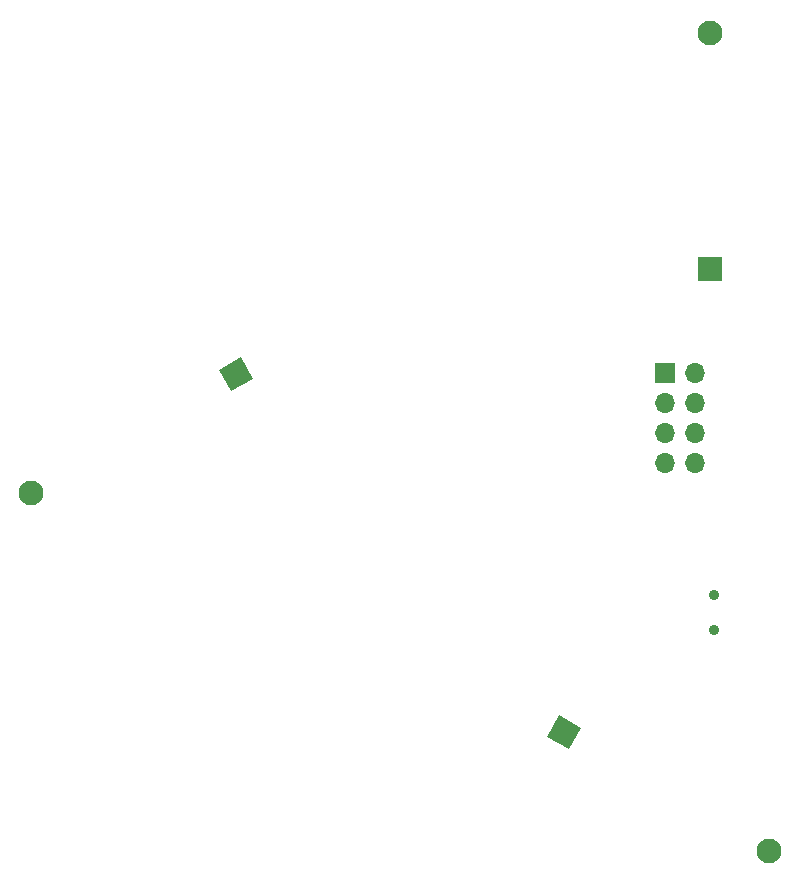
<source format=gbr>
%TF.GenerationSoftware,KiCad,Pcbnew,(5.1.9-0-10_14)*%
%TF.CreationDate,2021-08-30T14:03:39+08:00*%
%TF.ProjectId,FidgetSpinner,46696467-6574-4537-9069-6e6e65722e6b,rev?*%
%TF.SameCoordinates,Original*%
%TF.FileFunction,Soldermask,Bot*%
%TF.FilePolarity,Negative*%
%FSLAX46Y46*%
G04 Gerber Fmt 4.6, Leading zero omitted, Abs format (unit mm)*
G04 Created by KiCad (PCBNEW (5.1.9-0-10_14)) date 2021-08-30 14:03:39*
%MOMM*%
%LPD*%
G01*
G04 APERTURE LIST*
%ADD10O,1.700000X1.700000*%
%ADD11R,1.700000X1.700000*%
%ADD12C,2.100000*%
%ADD13R,2.100000X2.100000*%
%ADD14C,0.100000*%
%ADD15C,0.900000*%
G04 APERTURE END LIST*
D10*
%TO.C,J1*%
X116205000Y-100330000D03*
X113665000Y-100330000D03*
X116205000Y-97790000D03*
X113665000Y-97790000D03*
X116205000Y-95250000D03*
X113665000Y-95250000D03*
X116205000Y-92710000D03*
D11*
X113665000Y-92710000D03*
%TD*%
D12*
%TO.C,BT3*%
X117500000Y-63970000D03*
D13*
X117500000Y-83970000D03*
%TD*%
D12*
%TO.C,BT2*%
X122453665Y-133170000D03*
D14*
G36*
X105517484Y-124604327D02*
G01*
X103698830Y-123554327D01*
X104748830Y-121735673D01*
X106567484Y-122785673D01*
X105517484Y-124604327D01*
G37*
%TD*%
D12*
%TO.C,BT1*%
X60046335Y-102860000D03*
D14*
G36*
X75932516Y-92475673D02*
G01*
X77751170Y-91425673D01*
X78801170Y-93244327D01*
X76982516Y-94294327D01*
X75932516Y-92475673D01*
G37*
%TD*%
D15*
%TO.C,SW1*%
X117805000Y-111530000D03*
X117805000Y-114530000D03*
%TD*%
M02*

</source>
